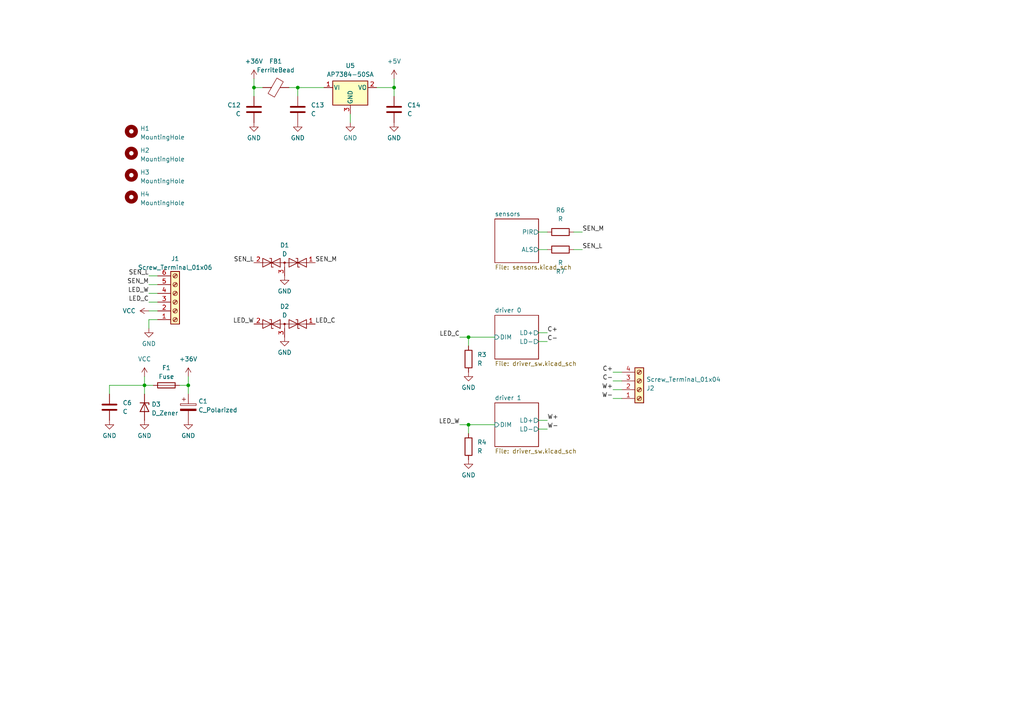
<source format=kicad_sch>
(kicad_sch (version 20230121) (generator eeschema)
  (paper "A4")
  (lib_symbols
    (symbol "Connector:Screw_Terminal_01x04" (pin_names (offset 1.016) hide)
      (property "Reference" "J" (at 0 5.08 0))
      (property "Value" "Screw_Terminal_01x04" (at 0 -7.62 0))
      (symbol "Screw_Terminal_01x04_1_1"
        (rectangle (start -1.27 3.81) (end 1.27 -6.35) (stroke (width 0.254)) (fill (type background)))
        (circle (center 0 -5.08) (radius 0.635) (stroke (width 0.1524)))
        (circle (center 0 -2.54) (radius 0.635) (stroke (width 0.1524)))
        (polyline (pts (xy -0.5334 -4.7498) (xy 0.3302 -5.588)) (stroke (width 0.1524)))
        (polyline (pts (xy -0.5334 -2.2098) (xy 0.3302 -3.048)) (stroke (width 0.1524)))
        (polyline (pts (xy -0.5334 0.3302) (xy 0.3302 -0.508)) (stroke (width 0.1524)))
        (polyline (pts (xy -0.5334 2.8702) (xy 0.3302 2.032)) (stroke (width 0.1524)))
        (polyline (pts (xy -0.3556 -4.572) (xy 0.508 -5.4102)) (stroke (width 0.1524)))
        (polyline (pts (xy -0.3556 -2.032) (xy 0.508 -2.8702)) (stroke (width 0.1524)))
        (polyline (pts (xy -0.3556 0.508) (xy 0.508 -0.3302)) (stroke (width 0.1524)))
        (polyline (pts (xy -0.3556 3.048) (xy 0.508 2.2098)) (stroke (width 0.1524)))
        (circle (center 0 0) (radius 0.635) (stroke (width 0.1524)))
        (circle (center 0 2.54) (radius 0.635) (stroke (width 0.1524)))
        (pin passive line (at -5.08 2.54 0) (length 3.81) (name "Pin_1") (number "1"))
        (pin passive line (at -5.08 0 0) (length 3.81) (name "Pin_2") (number "2"))
        (pin passive line (at -5.08 -2.54 0) (length 3.81) (name "Pin_3") (number "3"))
        (pin passive line (at -5.08 -5.08 0) (length 3.81) (name "Pin_4") (number "4"))
      )
    )
    (symbol "Connector:Screw_Terminal_01x06" (pin_names (offset 1.016) hide)
      (property "Reference" "J" (at 0 7.62 0))
      (property "Value" "Screw_Terminal_01x06" (at 0 -10.16 0))
      (symbol "Screw_Terminal_01x06_1_1"
        (rectangle (start -1.27 6.35) (end 1.27 -8.89) (stroke (width 0.254)) (fill (type background)))
        (circle (center 0 -7.62) (radius 0.635) (stroke (width 0.1524)))
        (circle (center 0 -5.08) (radius 0.635) (stroke (width 0.1524)))
        (circle (center 0 -2.54) (radius 0.635) (stroke (width 0.1524)))
        (polyline (pts (xy -0.5334 -7.2898) (xy 0.3302 -8.128)) (stroke (width 0.1524)))
        (polyline (pts (xy -0.5334 -4.7498) (xy 0.3302 -5.588)) (stroke (width 0.1524)))
        (polyline (pts (xy -0.5334 -2.2098) (xy 0.3302 -3.048)) (stroke (width 0.1524)))
        (polyline (pts (xy -0.5334 0.3302) (xy 0.3302 -0.508)) (stroke (width 0.1524)))
        (polyline (pts (xy -0.5334 2.8702) (xy 0.3302 2.032)) (stroke (width 0.1524)))
        (polyline (pts (xy -0.5334 5.4102) (xy 0.3302 4.572)) (stroke (width 0.1524)))
        (polyline (pts (xy -0.3556 -7.112) (xy 0.508 -7.9502)) (stroke (width 0.1524)))
        (polyline (pts (xy -0.3556 -4.572) (xy 0.508 -5.4102)) (stroke (width 0.1524)))
        (polyline (pts (xy -0.3556 -2.032) (xy 0.508 -2.8702)) (stroke (width 0.1524)))
        (polyline (pts (xy -0.3556 0.508) (xy 0.508 -0.3302)) (stroke (width 0.1524)))
        (polyline (pts (xy -0.3556 3.048) (xy 0.508 2.2098)) (stroke (width 0.1524)))
        (polyline (pts (xy -0.3556 5.588) (xy 0.508 4.7498)) (stroke (width 0.1524)))
        (circle (center 0 0) (radius 0.635) (stroke (width 0.1524)))
        (circle (center 0 2.54) (radius 0.635) (stroke (width 0.1524)))
        (circle (center 0 5.08) (radius 0.635) (stroke (width 0.1524)))
        (pin passive line (at -5.08 5.08 0) (length 3.81) (name "Pin_1") (number "1"))
        (pin passive line (at -5.08 2.54 0) (length 3.81) (name "Pin_2") (number "2"))
        (pin passive line (at -5.08 0 0) (length 3.81) (name "Pin_3") (number "3"))
        (pin passive line (at -5.08 -2.54 0) (length 3.81) (name "Pin_4") (number "4"))
        (pin passive line (at -5.08 -5.08 0) (length 3.81) (name "Pin_5") (number "5"))
        (pin passive line (at -5.08 -7.62 0) (length 3.81) (name "Pin_6") (number "6"))
      )
    )
    (symbol "Device:C" (pin_numbers hide) (pin_names (offset 0.254))
      (property "Reference" "C" (at 0.635 2.54 0))
      (property "Value" "C" (at 0.635 -2.54 0))
      (symbol "C_0_1"
        (polyline (pts (xy -2.032 -0.762) (xy 2.032 -0.762)) (stroke (width 0.508)))
        (polyline (pts (xy -2.032 0.762) (xy 2.032 0.762)) (stroke (width 0.508)))
      )
      (symbol "C_1_1"
        (pin passive line (at 0 3.81 270) (length 2.794) (name "~") (number "1"))
        (pin passive line (at 0 -3.81 90) (length 2.794) (name "~") (number "2"))
      )
    )
    (symbol "Device:C_Polarized" (pin_numbers hide) (pin_names (offset 0.254))
      (property "Reference" "C" (at 0.635 2.54 0))
      (property "Value" "C_Polarized" (at 0.635 -2.54 0))
      (symbol "C_Polarized_0_1"
        (rectangle (start -2.286 0.508) (end 2.286 1.016))
        (polyline (pts (xy -1.778 2.286) (xy -0.762 2.286)))
        (polyline (pts (xy -1.27 2.794) (xy -1.27 1.778)))
        (rectangle (start 2.286 -0.508) (end -2.286 -1.016) (fill (type outline)))
      )
      (symbol "C_Polarized_1_1"
        (pin passive line (at 0 3.81 270) (length 2.794) (name "~") (number "1"))
        (pin passive line (at 0 -3.81 90) (length 2.794) (name "~") (number "2"))
      )
    )
    (symbol "Device:D_Zener" (pin_numbers hide) (pin_names (offset 1.016) hide)
      (property "Reference" "D" (at 0 2.54 0))
      (property "Value" "D_Zener" (at 0 -2.54 0))
      (symbol "D_Zener_0_1"
        (polyline (pts (xy 1.27 0) (xy -1.27 0)))
        (polyline (pts (xy -1.27 -1.27) (xy -1.27 1.27) (xy -0.762 1.27)) (stroke (width 0.254)))
        (polyline (pts (xy 1.27 -1.27) (xy 1.27 1.27) (xy -1.27 0) (xy 1.27 -1.27)) (stroke (width 0.254)))
      )
      (symbol "D_Zener_1_1"
        (pin passive line (at -3.81 0 0) (length 2.54) (name "K") (number "1"))
        (pin passive line (at 3.81 0 180) (length 2.54) (name "A") (number "2"))
      )
    )
    (symbol "Device:FerriteBead" (pin_numbers hide) (pin_names (offset 0))
      (property "Reference" "FB" (at -3.81 0.635 90))
      (property "Value" "FerriteBead" (at 3.81 0 90))
      (symbol "FerriteBead_0_1"
        (polyline (pts (xy 0 -1.27) (xy 0 -1.2192)))
        (polyline (pts (xy 0 1.27) (xy 0 1.2954)))
        (polyline (pts (xy -2.7686 0.4064) (xy -1.7018 2.2606) (xy 2.7686 -0.3048) (xy 1.6764 -2.159) (xy -2.7686 0.4064)))
      )
      (symbol "FerriteBead_1_1"
        (pin passive line (at 0 3.81 270) (length 2.54) (name "~") (number "1"))
        (pin passive line (at 0 -3.81 90) (length 2.54) (name "~") (number "2"))
      )
    )
    (symbol "Device:Fuse" (pin_numbers hide) (pin_names (offset 0))
      (property "Reference" "F" (at 2.032 0 90))
      (property "Value" "Fuse" (at -1.905 0 90))
      (symbol "Fuse_0_1"
        (rectangle (start -0.762 -2.54) (end 0.762 2.54) (stroke (width 0.254)))
        (polyline (pts (xy 0 2.54) (xy 0 -2.54)))
      )
      (symbol "Fuse_1_1"
        (pin passive line (at 0 3.81 270) (length 1.27) (name "~") (number "1"))
        (pin passive line (at 0 -3.81 90) (length 1.27) (name "~") (number "2"))
      )
    )
    (symbol "Device:R" (pin_numbers hide) (pin_names (offset 0))
      (property "Reference" "R" (at 2.032 0 90))
      (property "Value" "R" (at 0 0 90))
      (symbol "R_0_1"
        (rectangle (start -1.016 -2.54) (end 1.016 2.54) (stroke (width 0.254)))
      )
      (symbol "R_1_1"
        (pin passive line (at 0 3.81 270) (length 1.27) (name "~") (number "1"))
        (pin passive line (at 0 -3.81 90) (length 1.27) (name "~") (number "2"))
      )
    )
    (symbol "Diode:SM712_SOT23" (pin_names (offset 1.016) hide)
      (property "Reference" "D" (at 0 4.445 0))
      (property "Value" "SM712_SOT23" (at 0 2.54 0))
      (symbol "SM712_SOT23_0_0"
        (polyline (pts (xy 0 -1.27) (xy 0 0)))
      )
      (symbol "SM712_SOT23_0_1"
        (polyline (pts (xy -6.35 0) (xy 6.35 0)))
        (polyline (pts (xy -3.302 1.27) (xy -3.81 1.27) (xy -3.81 -1.27) (xy -4.318 -1.27)) (stroke (width 0.2032)))
        (polyline (pts (xy 4.318 1.27) (xy 3.81 1.27) (xy 3.81 -1.27) (xy 3.302 -1.27)) (stroke (width 0.2032)))
        (polyline (pts (xy -6.35 -1.27) (xy -1.27 1.27) (xy -1.27 -1.27) (xy -6.35 1.27) (xy -6.35 -1.27)) (stroke (width 0.2032)))
        (polyline (pts (xy 1.27 -1.27) (xy 1.27 1.27) (xy 6.35 -1.27) (xy 6.35 1.27) (xy 1.27 -1.27)) (stroke (width 0.2032)))
        (circle (center 0 0) (radius 0.254) (fill (type outline)))
      )
      (symbol "SM712_SOT23_1_1"
        (pin passive line (at -8.89 0 0) (length 2.54) (name "A1") (number "1"))
        (pin passive line (at 8.89 0 180) (length 2.54) (name "A2") (number "2"))
        (pin input line (at 0 -3.81 90) (length 2.54) (name "common") (number "3"))
      )
    )
    (symbol "Mechanical:MountingHole" (pin_names (offset 1.016))
      (property "Reference" "H" (at 0 5.08 0))
      (property "Value" "MountingHole" (at 0 3.175 0))
      (symbol "MountingHole_0_1"
        (circle (center 0 0) (radius 1.27) (stroke (width 1.27)))
      )
    )
    (symbol "Regulator_Linear:AP7384-50SA" (pin_names (offset 0.254))
      (property "Reference" "U" (at -3.81 3.175 0))
      (property "Value" "AP7384-50SA" (at 0 3.175 0))
      (symbol "AP7384-50SA_0_1"
        (rectangle (start -5.08 1.905) (end 5.08 -5.08) (stroke (width 0.254)) (fill (type background)))
      )
      (symbol "AP7384-50SA_1_1"
        (pin power_in line (at -7.62 0 0) (length 2.54) (name "VI") (number "1"))
        (pin power_out line (at 7.62 0 180) (length 2.54) (name "VO") (number "2"))
        (pin power_in line (at 0 -7.62 90) (length 2.54) (name "GND") (number "3"))
      )
    )
    (symbol "power:+36V" (power) (pin_names (offset 0))
      (property "Value" "+36V" (at 0 3.556 0))
      (symbol "+36V_0_1"
        (polyline (pts (xy -0.762 1.27) (xy 0 2.54)))
        (polyline (pts (xy 0 0) (xy 0 2.54)))
        (polyline (pts (xy 0 2.54) (xy 0.762 1.27)))
      )
      (symbol "+36V_1_1"
        (pin power_in line (at 0 0 90) (length 0) hide (name "+36V") (number "1"))
      )
    )
    (symbol "power:+5V" (power) (pin_names (offset 0))
      (property "Value" "+5V" (at 0 3.556 0))
      (symbol "+5V_0_1"
        (polyline (pts (xy -0.762 1.27) (xy 0 2.54)))
        (polyline (pts (xy 0 0) (xy 0 2.54)))
        (polyline (pts (xy 0 2.54) (xy 0.762 1.27)))
      )
      (symbol "+5V_1_1"
        (pin power_in line (at 0 0 90) (length 0) hide (name "+5V") (number "1"))
      )
    )
    (symbol "power:GND" (power) (pin_names (offset 0))
      (property "Value" "GND" (at 0 -3.81 0))
      (symbol "GND_0_1"
        (polyline (pts (xy 0 0) (xy 0 -1.27) (xy 1.27 -1.27) (xy 0 -2.54) (xy -1.27 -1.27) (xy 0 -1.27)))
      )
      (symbol "GND_1_1"
        (pin power_in line (at 0 0 270) (length 0) hide (name "GND") (number "1"))
      )
    )
    (symbol "power:VCC" (power) (pin_names (offset 0))
      (property "Value" "VCC" (at 0 3.81 0))
      (symbol "VCC_0_1"
        (polyline (pts (xy -0.762 1.27) (xy 0 2.54)))
        (polyline (pts (xy 0 0) (xy 0 2.54)))
        (polyline (pts (xy 0 2.54) (xy 0.762 1.27)))
      )
      (symbol "VCC_1_1"
        (pin power_in line (at 0 0 90) (length 0) hide (name "VCC") (number "1"))
      )
    )
  )
  (junction (at 135.89 97.79))
  (junction (at 86.36 25.4))
  (junction (at 54.61 111.76))
  (junction (at 73.66 25.4))
  (junction (at 41.91 111.76))
  (junction (at 135.89 123.19))
  (junction (at 114.3 25.4))
  (wire (pts (xy 156.21 124.46) (xy 158.75 124.46)))
  (wire (pts (xy 156.21 72.39) (xy 158.75 72.39)))
  (wire (pts (xy 135.89 97.79) (xy 135.89 100.33)))
  (wire (pts (xy 166.37 72.39) (xy 168.91 72.39)))
  (wire (pts (xy 114.3 22.86) (xy 114.3 25.4)))
  (wire (pts (xy 135.89 123.19) (xy 135.89 125.73)))
  (wire (pts (xy 41.91 109.22) (xy 41.91 111.76)))
  (wire (pts (xy 180.34 107.95) (xy 177.8 107.95)))
  (wire (pts (xy 114.3 25.4) (xy 114.3 27.94)))
  (wire (pts (xy 54.61 109.22) (xy 54.61 111.76)))
  (wire (pts (xy 43.18 92.71) (xy 43.18 95.25)))
  (wire (pts (xy 31.75 111.76) (xy 41.91 111.76)))
  (wire (pts (xy 31.75 114.3) (xy 31.75 111.76)))
  (wire (pts (xy 43.18 85.09) (xy 45.72 85.09)))
  (wire (pts (xy 83.82 25.4) (xy 86.36 25.4)))
  (wire (pts (xy 52.07 111.76) (xy 54.61 111.76)))
  (wire (pts (xy 43.18 80.01) (xy 45.72 80.01)))
  (wire (pts (xy 86.36 25.4) (xy 86.36 27.94)))
  (wire (pts (xy 135.89 97.79) (xy 143.51 97.79)))
  (wire (pts (xy 133.35 97.79) (xy 135.89 97.79)))
  (wire (pts (xy 168.91 67.31) (xy 166.37 67.31)))
  (wire (pts (xy 109.22 25.4) (xy 114.3 25.4)))
  (wire (pts (xy 41.91 111.76) (xy 41.91 114.3)))
  (wire (pts (xy 133.35 123.19) (xy 135.89 123.19)))
  (wire (pts (xy 180.34 115.57) (xy 177.8 115.57)))
  (wire (pts (xy 180.34 113.03) (xy 177.8 113.03)))
  (wire (pts (xy 156.21 67.31) (xy 158.75 67.31)))
  (wire (pts (xy 73.66 22.86) (xy 73.66 25.4)))
  (wire (pts (xy 156.21 99.06) (xy 158.75 99.06)))
  (wire (pts (xy 156.21 121.92) (xy 158.75 121.92)))
  (wire (pts (xy 135.89 123.19) (xy 143.51 123.19)))
  (wire (pts (xy 43.18 90.17) (xy 45.72 90.17)))
  (wire (pts (xy 156.21 96.52) (xy 158.75 96.52)))
  (wire (pts (xy 101.6 33.02) (xy 101.6 35.56)))
  (wire (pts (xy 180.34 110.49) (xy 177.8 110.49)))
  (wire (pts (xy 43.18 87.63) (xy 45.72 87.63)))
  (wire (pts (xy 73.66 25.4) (xy 73.66 27.94)))
  (wire (pts (xy 43.18 82.55) (xy 45.72 82.55)))
  (wire (pts (xy 54.61 111.76) (xy 54.61 114.3)))
  (wire (pts (xy 45.72 92.71) (xy 43.18 92.71)))
  (wire (pts (xy 86.36 25.4) (xy 93.98 25.4)))
  (wire (pts (xy 41.91 111.76) (xy 44.45 111.76)))
  (wire (pts (xy 73.66 25.4) (xy 76.2 25.4)))
  (label "LED_W" (at 133.35 123.19 180))
  (label "LED_C" (at 91.44 93.98 0))
  (label "SEN_M" (at 168.91 67.31 0))
  (label "W-" (at 177.8 115.57 180))
  (label "SEN_L" (at 43.18 80.01 180))
  (label "LED_W" (at 73.66 93.98 180))
  (label "SEN_M" (at 91.44 76.2 0))
  (label "C-" (at 177.8 110.49 180))
  (label "C+" (at 158.75 96.52 0))
  (label "C-" (at 158.75 99.06 0))
  (label "SEN_M" (at 43.18 82.55 180))
  (label "LED_C" (at 43.18 87.63 180))
  (label "W-" (at 158.75 124.46 0))
  (label "W+" (at 158.75 121.92 0))
  (label "SEN_L" (at 73.66 76.2 180))
  (label "LED_W" (at 43.18 85.09 180))
  (label "LED_C" (at 133.35 97.79 180))
  (label "C+" (at 177.8 107.95 180))
  (label "W+" (at 177.8 113.03 180))
  (label "SEN_L" (at 168.91 72.39 0))
  (symbol (lib_id "power:GND") (at 86.36 35.56 0) (unit 1)
    (property "Reference" "#PWR040" (effects hide))
    (property "Value" "GND" (at 86.36 40.0034 0))
  )
  (symbol (lib_id "Device:C") (at 73.66 31.75 0) (mirror x) (unit 1)
    (property "Reference" "C12" (at 69.85 30.48 0) (effects (justify right)))
    (property "Value" "C" (at 69.85 33.02 0) (effects (justify right)))
    (property "Footprint" "Capacitor_SMD:C_0805_2012Metric" (effects hide))
  )
  (symbol (lib_id "power:GND") (at 54.61 121.92 0) (unit 1)
    (property "Reference" "#PWR018" (effects hide))
    (property "Value" "GND" (at 54.61 126.3634 0))
  )
  (symbol (lib_id "power:+36V") (at 54.61 109.22 0) (unit 1)
    (property "Reference" "#PWR016" (effects hide))
    (property "Value" "+36V" (at 54.61 104.14 0))
  )
  (symbol (lib_id "Device:C_Polarized") (at 54.61 118.11 0) (unit 1)
    (property "Reference" "C1" (at 57.531 116.3863 0) (effects (justify left)))
    (property "Value" "C_Polarized" (at 57.531 118.9232 0) (effects (justify left)))
    (property "Footprint" "Capacitor_THT:CP_Radial_D10.0mm_P5.00mm" (effects hide))
  )
  (symbol (lib_id "Regulator_Linear:AP7384-50SA") (at 101.6 25.4 0) (unit 1)
    (property "Reference" "U5" (at 101.6 19.05 0))
    (property "Value" "AP7384-50SA" (at 101.6 21.59 0))
    (property "Footprint" "Package_TO_SOT_SMD:SOT-23" (effects hide))
    (property "Datasheet" "https://www.diodes.com/assets/Datasheets/AP7384.pdf" (effects hide))
  )
  (symbol (lib_id "Device:R") (at 162.56 72.39 270) (mirror x) (unit 1)
    (property "Reference" "R7" (at 162.56 78.74 90))
    (property "Value" "R" (at 162.56 76.2 90))
    (property "Footprint" "Resistor_SMD:R_0603_1608Metric_Pad0.98x0.95mm_HandSolder" (effects hide))
  )
  (symbol (lib_id "power:GND") (at 43.18 95.25 0) (unit 1)
    (property "Reference" "#PWR014" (effects hide))
    (property "Value" "GND" (at 43.18 99.6934 0))
  )
  (symbol (lib_id "Mechanical:MountingHole") (at 38.1 50.8 0) (unit 1)
    (property "Reference" "H3" (at 40.64 49.9653 0) (effects (justify left)))
    (property "Value" "MountingHole" (at 40.64 52.5022 0) (effects (justify left)))
    (property "Footprint" "MountingHole:MountingHole_3.2mm_M3" (effects hide))
  )
  (symbol (lib_id "power:+36V") (at 73.66 22.86 0) (unit 1)
    (property "Reference" "#PWR039" (effects hide))
    (property "Value" "+36V" (at 73.66 17.78 0))
  )
  (symbol (lib_id "power:GND") (at 135.89 133.35 0) (unit 1)
    (property "Reference" "#PWR022" (effects hide))
    (property "Value" "GND" (at 135.89 137.7934 0))
  )
  (symbol (lib_id "Device:R") (at 162.56 67.31 270) (unit 1)
    (property "Reference" "R6" (at 162.56 60.96 90))
    (property "Value" "R" (at 162.56 63.5 90))
    (property "Footprint" "Resistor_SMD:R_0603_1608Metric_Pad0.98x0.95mm_HandSolder" (effects hide))
  )
  (symbol (lib_id "Device:C") (at 114.3 31.75 0) (mirror y) (unit 1)
    (property "Reference" "C14" (at 118.11 30.48 0) (effects (justify right)))
    (property "Value" "C" (at 118.11 33.02 0) (effects (justify right)))
    (property "Footprint" "Capacitor_SMD:C_0805_2012Metric" (effects hide))
  )
  (symbol (lib_id "Device:Fuse") (at 48.26 111.76 90) (unit 1)
    (property "Reference" "F1" (at 48.26 106.68 90))
    (property "Value" "Fuse" (at 48.26 109.22 90))
    (property "Footprint" "Fuse:Fuse_0805_2012Metric_Pad1.15x1.40mm_HandSolder" (effects hide))
  )
  (symbol (lib_id "Mechanical:MountingHole") (at 38.1 38.1 0) (unit 1)
    (property "Reference" "H1" (at 40.64 37.2653 0) (effects (justify left)))
    (property "Value" "MountingHole" (at 40.64 39.8022 0) (effects (justify left)))
    (property "Footprint" "MountingHole:MountingHole_3.2mm_M3" (effects hide))
  )
  (symbol (lib_id "Device:C") (at 86.36 31.75 0) (mirror y) (unit 1)
    (property "Reference" "C13" (at 90.17 30.48 0) (effects (justify right)))
    (property "Value" "C" (at 90.17 33.02 0) (effects (justify right)))
    (property "Footprint" "Capacitor_SMD:C_0805_2012Metric" (effects hide))
  )
  (symbol (lib_id "power:VCC") (at 41.91 109.22 0) (unit 1)
    (property "Reference" "#PWR013" (effects hide))
    (property "Value" "VCC" (at 41.91 104.14 0))
  )
  (symbol (lib_id "power:GND") (at 73.66 35.56 0) (unit 1)
    (property "Reference" "#PWR033" (effects hide))
    (property "Value" "GND" (at 73.66 40.0034 0))
  )
  (symbol (lib_id "Device:R") (at 135.89 129.54 180) (unit 1)
    (property "Reference" "R4" (at 138.43 128.27 0) (effects (justify right)))
    (property "Value" "R" (at 138.43 130.81 0) (effects (justify right)))
    (property "Footprint" "Resistor_SMD:R_0603_1608Metric_Pad0.98x0.95mm_HandSolder" (effects hide))
  )
  (symbol (lib_id "power:VCC") (at 43.18 90.17 90) (unit 1)
    (property "Reference" "#PWR017" (effects hide))
    (property "Value" "VCC" (at 39.37 90.17 90) (effects (justify left)))
  )
  (symbol (lib_id "Device:C") (at 31.75 118.11 0) (unit 1)
    (property "Reference" "C6" (at 35.56 116.84 0) (effects (justify left)))
    (property "Value" "C" (at 35.56 119.38 0) (effects (justify left)))
    (property "Footprint" "Capacitor_SMD:C_0603_1608Metric" (effects hide))
  )
  (symbol (lib_id "power:GND") (at 31.75 121.92 0) (unit 1)
    (property "Reference" "#PWR023" (effects hide))
    (property "Value" "GND" (at 31.75 126.3634 0))
  )
  (symbol (lib_id "Device:FerriteBead") (at 80.01 25.4 90) (unit 1)
    (property "Reference" "FB1" (at 79.9592 17.78 90))
    (property "Value" "FerriteBead" (at 79.9592 20.32 90))
    (property "Footprint" "Inductor_SMD:L_0805_2012Metric_Pad1.15x1.40mm_HandSolder" (effects hide))
  )
  (symbol (lib_id "power:GND") (at 82.55 97.79 0) (unit 1)
    (property "Reference" "#PWR019" (effects hide))
    (property "Value" "GND" (at 82.55 102.2334 0))
  )
  (symbol (lib_id "power:GND") (at 135.89 107.95 0) (unit 1)
    (property "Reference" "#PWR021" (effects hide))
    (property "Value" "GND" (at 135.89 112.3934 0))
  )
  (symbol (lib_id "power:GND") (at 101.6 35.56 0) (unit 1)
    (property "Reference" "#PWR043" (effects hide))
    (property "Value" "GND" (at 101.6 40.0034 0))
  )
  (symbol (lib_id "Diode:SM712_SOT23") (at 82.55 76.2 0) (mirror y) (unit 1)
    (property "Reference" "D1" (at 82.55 71.12 0))
    (property "Value" "D" (at 82.55 73.66 0))
    (property "Footprint" "Package_TO_SOT_SMD:SOT-23_Handsoldering" (effects hide))
    (property "Datasheet" "https://www.littelfuse.com/~/media/electronics/datasheets/tvs_diode_arrays/littelfuse_tvs_diode_array_sm712_datasheet.pdf.pdf" (effects hide))
  )
  (symbol (lib_id "Device:D_Zener") (at 41.91 118.11 270) (unit 1)
    (property "Reference" "D3" (at 43.942 117.2753 90) (effects (justify left)))
    (property "Value" "D_Zener" (at 43.942 119.8122 90) (effects (justify left)))
    (property "Footprint" "Diode_SMD:D_SOD-123F" (effects hide))
  )
  (symbol (lib_id "Device:R") (at 135.89 104.14 180) (unit 1)
    (property "Reference" "R3" (at 138.43 102.87 0) (effects (justify right)))
    (property "Value" "R" (at 138.43 105.41 0) (effects (justify right)))
    (property "Footprint" "Resistor_SMD:R_0603_1608Metric_Pad0.98x0.95mm_HandSolder" (effects hide))
  )
  (symbol (lib_id "power:+5V") (at 114.3 22.86 0) (unit 1)
    (property "Reference" "#PWR042" (effects hide))
    (property "Value" "+5V" (at 114.3 17.78 0))
  )
  (symbol (lib_id "Diode:SM712_SOT23") (at 82.55 93.98 0) (mirror y) (unit 1)
    (property "Reference" "D2" (at 82.55 88.9 0))
    (property "Value" "D" (at 82.55 91.44 0))
    (property "Footprint" "Package_TO_SOT_SMD:SOT-23_Handsoldering" (effects hide))
    (property "Datasheet" "https://www.littelfuse.com/~/media/electronics/datasheets/tvs_diode_arrays/littelfuse_tvs_diode_array_sm712_datasheet.pdf.pdf" (effects hide))
  )
  (symbol (lib_id "Mechanical:MountingHole") (at 38.1 57.15 0) (unit 1)
    (property "Reference" "H4" (at 40.64 56.3153 0) (effects (justify left)))
    (property "Value" "MountingHole" (at 40.64 58.8522 0) (effects (justify left)))
    (property "Footprint" "MountingHole:MountingHole_3.2mm_M3" (effects hide))
  )
  (symbol (lib_id "power:GND") (at 41.91 121.92 0) (unit 1)
    (property "Reference" "#PWR015" (effects hide))
    (property "Value" "GND" (at 41.91 126.3634 0))
  )
  (symbol (lib_id "power:GND") (at 82.55 80.01 0) (unit 1)
    (property "Reference" "#PWR020" (effects hide))
    (property "Value" "GND" (at 82.55 84.4534 0))
  )
  (symbol (lib_id "power:GND") (at 114.3 35.56 0) (unit 1)
    (property "Reference" "#PWR041" (effects hide))
    (property "Value" "GND" (at 114.3 40.0034 0))
  )
  (symbol (lib_id "Connector:Screw_Terminal_01x04") (at 185.42 113.03 0) (mirror x) (unit 1)
    (property "Reference" "J2" (at 187.452 112.5947 0) (effects (justify left)))
    (property "Value" "Screw_Terminal_01x04" (at 187.452 110.0578 0) (effects (justify left)))
    (property "Footprint" "project_lib:TerminalBlock_Phoenix_PT-1,5-4-3.5-H_1x04_P3.50mm_Horizontal" (effects hide))
  )
  (symbol (lib_id "Connector:Screw_Terminal_01x06") (at 50.8 87.63 0) (mirror x) (unit 1)
    (property "Reference" "J1" (at 50.8 75.0402 0))
    (property "Value" "Screw_Terminal_01x06" (at 50.8 77.5771 0))
    (property "Footprint" "Connector_Phoenix_MC:PhoenixContact_MCV_1,5_6-G-3.81_1x06_P3.81mm_Vertical" (effects hide))
  )
  (symbol (lib_id "Mechanical:MountingHole") (at 38.1 44.45 0) (unit 1)
    (property "Reference" "H2" (at 40.64 43.6153 0) (effects (justify left)))
    (property "Value" "MountingHole" (at 40.64 46.1522 0) (effects (justify left)))
    (property "Footprint" "MountingHole:MountingHole_3.2mm_M3" (effects hide))
  )
  (sheet (at 143.51 91.44) (size 12.7 12.7) (stroke (width 0.1524))
    (property "Sheetname" "driver 0" (at 143.51 90.7284 0) (effects (justify left bottom)))
    (property "Sheetfile" "driver_sw.kicad_sch" (at 143.51 104.7246 0) (effects (justify left top)))
    (pin "DIM" input (at 143.51 97.79 180))
    (pin "LD-" output (at 156.21 99.06 0))
    (pin "LD+" output (at 156.21 96.52 0))
  )
  (sheet (at 143.51 116.84) (size 12.7 12.7) (stroke (width 0.1524))
    (property "Sheetname" "driver 1" (at 143.51 116.1284 0) (effects (justify left bottom)))
    (property "Sheetfile" "driver_sw.kicad_sch" (at 143.51 130.1246 0) (effects (justify left top)))
    (pin "DIM" input (at 143.51 123.19 180))
    (pin "LD-" output (at 156.21 124.46 0))
    (pin "LD+" output (at 156.21 121.92 0))
  )
  (sheet (at 143.51 63.5) (size 12.7 12.7) (stroke (width 0.1524))
    (property "Sheetname" "sensors" (at 143.51 62.7884 0) (effects (justify left bottom)))
    (property "Sheetfile" "sensors.kicad_sch" (at 143.51 76.7846 0) (effects (justify left top)))
    (pin "PIR" output (at 156.21 67.31 0))
    (pin "ALS" output (at 156.21 72.39 0))
  )
)
</source>
